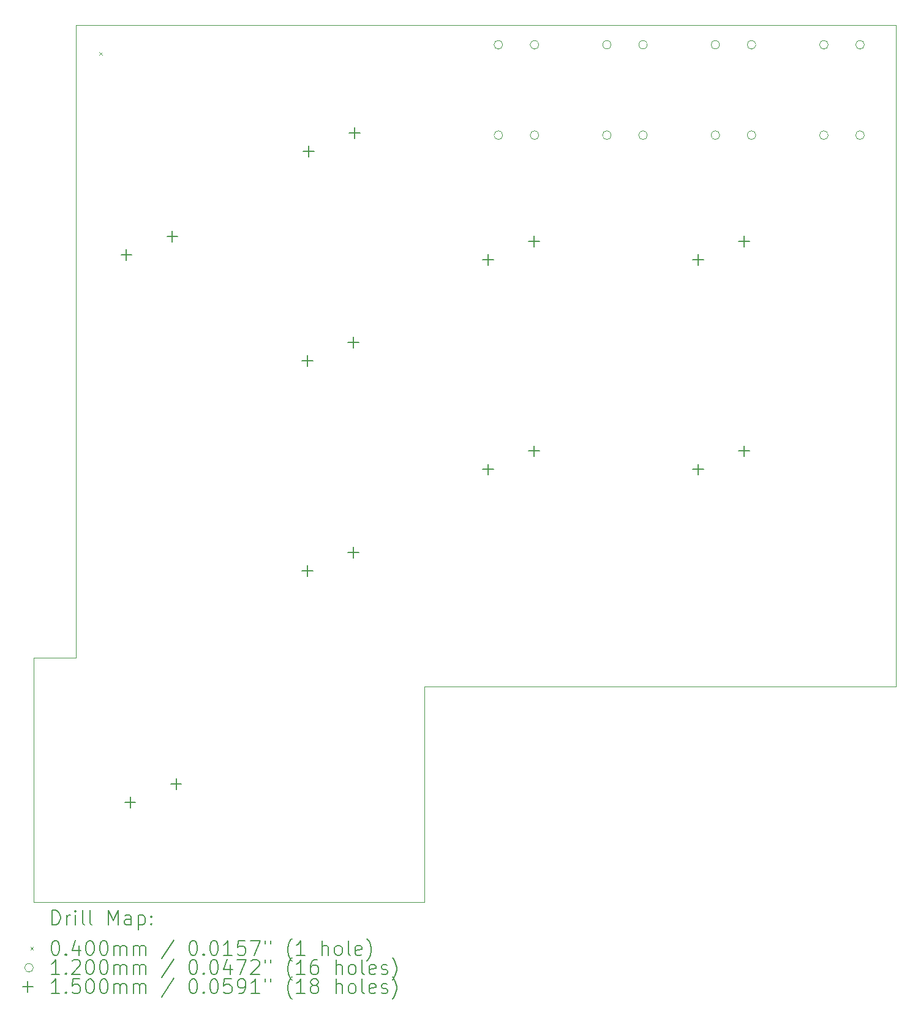
<source format=gbr>
%TF.GenerationSoftware,KiCad,Pcbnew,8.0.4*%
%TF.CreationDate,2024-07-23T17:58:51-07:00*%
%TF.ProjectId,2board_b,32626f61-7264-45f6-922e-6b696361645f,rev?*%
%TF.SameCoordinates,Original*%
%TF.FileFunction,Drillmap*%
%TF.FilePolarity,Positive*%
%FSLAX45Y45*%
G04 Gerber Fmt 4.5, Leading zero omitted, Abs format (unit mm)*
G04 Created by KiCad (PCBNEW 8.0.4) date 2024-07-23 17:58:51*
%MOMM*%
%LPD*%
G01*
G04 APERTURE LIST*
%ADD10C,0.100000*%
%ADD11C,0.200000*%
%ADD12C,0.120000*%
%ADD13C,0.150000*%
G04 APERTURE END LIST*
D10*
X20812500Y-2000000D02*
X20809500Y-11150000D01*
X20809500Y-11150000D02*
X14287500Y-11150000D01*
X9473500Y-10750000D02*
X9473500Y-2000000D01*
X8887500Y-10749500D02*
X9473500Y-10750000D01*
X14287500Y-11150000D02*
X14287500Y-14125000D01*
X14287500Y-14125000D02*
X8887500Y-14125000D01*
X8887500Y-14125000D02*
X8887500Y-10749500D01*
X9473500Y-2000000D02*
X20812500Y-2000000D01*
D11*
D10*
X9792500Y-2380000D02*
X9832500Y-2420000D01*
X9832500Y-2380000D02*
X9792500Y-2420000D01*
D12*
X15372500Y-2275000D02*
G75*
G02*
X15252500Y-2275000I-60000J0D01*
G01*
X15252500Y-2275000D02*
G75*
G02*
X15372500Y-2275000I60000J0D01*
G01*
X15372500Y-3525000D02*
G75*
G02*
X15252500Y-3525000I-60000J0D01*
G01*
X15252500Y-3525000D02*
G75*
G02*
X15372500Y-3525000I60000J0D01*
G01*
X15872500Y-2275000D02*
G75*
G02*
X15752500Y-2275000I-60000J0D01*
G01*
X15752500Y-2275000D02*
G75*
G02*
X15872500Y-2275000I60000J0D01*
G01*
X15872500Y-3525000D02*
G75*
G02*
X15752500Y-3525000I-60000J0D01*
G01*
X15752500Y-3525000D02*
G75*
G02*
X15872500Y-3525000I60000J0D01*
G01*
X16872500Y-2275000D02*
G75*
G02*
X16752500Y-2275000I-60000J0D01*
G01*
X16752500Y-2275000D02*
G75*
G02*
X16872500Y-2275000I60000J0D01*
G01*
X16872500Y-3525000D02*
G75*
G02*
X16752500Y-3525000I-60000J0D01*
G01*
X16752500Y-3525000D02*
G75*
G02*
X16872500Y-3525000I60000J0D01*
G01*
X17372500Y-2275000D02*
G75*
G02*
X17252500Y-2275000I-60000J0D01*
G01*
X17252500Y-2275000D02*
G75*
G02*
X17372500Y-2275000I60000J0D01*
G01*
X17372500Y-3525000D02*
G75*
G02*
X17252500Y-3525000I-60000J0D01*
G01*
X17252500Y-3525000D02*
G75*
G02*
X17372500Y-3525000I60000J0D01*
G01*
X18372500Y-2275000D02*
G75*
G02*
X18252500Y-2275000I-60000J0D01*
G01*
X18252500Y-2275000D02*
G75*
G02*
X18372500Y-2275000I60000J0D01*
G01*
X18372500Y-3525000D02*
G75*
G02*
X18252500Y-3525000I-60000J0D01*
G01*
X18252500Y-3525000D02*
G75*
G02*
X18372500Y-3525000I60000J0D01*
G01*
X18872500Y-2275000D02*
G75*
G02*
X18752500Y-2275000I-60000J0D01*
G01*
X18752500Y-2275000D02*
G75*
G02*
X18872500Y-2275000I60000J0D01*
G01*
X18872500Y-3525000D02*
G75*
G02*
X18752500Y-3525000I-60000J0D01*
G01*
X18752500Y-3525000D02*
G75*
G02*
X18872500Y-3525000I60000J0D01*
G01*
X19872500Y-2275000D02*
G75*
G02*
X19752500Y-2275000I-60000J0D01*
G01*
X19752500Y-2275000D02*
G75*
G02*
X19872500Y-2275000I60000J0D01*
G01*
X19872500Y-3525000D02*
G75*
G02*
X19752500Y-3525000I-60000J0D01*
G01*
X19752500Y-3525000D02*
G75*
G02*
X19872500Y-3525000I60000J0D01*
G01*
X20372500Y-2275000D02*
G75*
G02*
X20252500Y-2275000I-60000J0D01*
G01*
X20252500Y-2275000D02*
G75*
G02*
X20372500Y-2275000I60000J0D01*
G01*
X20372500Y-3525000D02*
G75*
G02*
X20252500Y-3525000I-60000J0D01*
G01*
X20252500Y-3525000D02*
G75*
G02*
X20372500Y-3525000I60000J0D01*
G01*
D13*
X10170091Y-5106412D02*
X10170091Y-5256412D01*
X10095091Y-5181412D02*
X10245091Y-5181412D01*
X10222500Y-12672000D02*
X10222500Y-12822000D01*
X10147500Y-12747000D02*
X10297500Y-12747000D01*
X10805091Y-4852412D02*
X10805091Y-5002412D01*
X10730091Y-4927412D02*
X10880091Y-4927412D01*
X10857500Y-12418000D02*
X10857500Y-12568000D01*
X10782500Y-12493000D02*
X10932500Y-12493000D01*
X12671894Y-6571000D02*
X12671894Y-6721000D01*
X12596894Y-6646000D02*
X12746894Y-6646000D01*
X12671894Y-9471000D02*
X12671894Y-9621000D01*
X12596894Y-9546000D02*
X12746894Y-9546000D01*
X12689926Y-3671056D02*
X12689926Y-3821056D01*
X12614926Y-3746056D02*
X12764926Y-3746056D01*
X13306894Y-6317000D02*
X13306894Y-6467000D01*
X13231894Y-6392000D02*
X13381894Y-6392000D01*
X13306894Y-9217000D02*
X13306894Y-9367000D01*
X13231894Y-9292000D02*
X13381894Y-9292000D01*
X13324926Y-3417056D02*
X13324926Y-3567056D01*
X13249926Y-3492056D02*
X13399926Y-3492056D01*
X15171894Y-5171000D02*
X15171894Y-5321000D01*
X15096894Y-5246000D02*
X15246894Y-5246000D01*
X15171894Y-8071000D02*
X15171894Y-8221000D01*
X15096894Y-8146000D02*
X15246894Y-8146000D01*
X15806894Y-4917000D02*
X15806894Y-5067000D01*
X15731894Y-4992000D02*
X15881894Y-4992000D01*
X15806894Y-7817000D02*
X15806894Y-7967000D01*
X15731894Y-7892000D02*
X15881894Y-7892000D01*
X18071894Y-5171000D02*
X18071894Y-5321000D01*
X17996894Y-5246000D02*
X18146894Y-5246000D01*
X18071894Y-8071000D02*
X18071894Y-8221000D01*
X17996894Y-8146000D02*
X18146894Y-8146000D01*
X18706894Y-4917000D02*
X18706894Y-5067000D01*
X18631894Y-4992000D02*
X18781894Y-4992000D01*
X18706894Y-7817000D02*
X18706894Y-7967000D01*
X18631894Y-7892000D02*
X18781894Y-7892000D01*
D11*
X9143277Y-14441484D02*
X9143277Y-14241484D01*
X9143277Y-14241484D02*
X9190896Y-14241484D01*
X9190896Y-14241484D02*
X9219467Y-14251008D01*
X9219467Y-14251008D02*
X9238515Y-14270055D01*
X9238515Y-14270055D02*
X9248039Y-14289103D01*
X9248039Y-14289103D02*
X9257563Y-14327198D01*
X9257563Y-14327198D02*
X9257563Y-14355769D01*
X9257563Y-14355769D02*
X9248039Y-14393865D01*
X9248039Y-14393865D02*
X9238515Y-14412912D01*
X9238515Y-14412912D02*
X9219467Y-14431960D01*
X9219467Y-14431960D02*
X9190896Y-14441484D01*
X9190896Y-14441484D02*
X9143277Y-14441484D01*
X9343277Y-14441484D02*
X9343277Y-14308150D01*
X9343277Y-14346246D02*
X9352801Y-14327198D01*
X9352801Y-14327198D02*
X9362324Y-14317674D01*
X9362324Y-14317674D02*
X9381372Y-14308150D01*
X9381372Y-14308150D02*
X9400420Y-14308150D01*
X9467086Y-14441484D02*
X9467086Y-14308150D01*
X9467086Y-14241484D02*
X9457563Y-14251008D01*
X9457563Y-14251008D02*
X9467086Y-14260531D01*
X9467086Y-14260531D02*
X9476610Y-14251008D01*
X9476610Y-14251008D02*
X9467086Y-14241484D01*
X9467086Y-14241484D02*
X9467086Y-14260531D01*
X9590896Y-14441484D02*
X9571848Y-14431960D01*
X9571848Y-14431960D02*
X9562324Y-14412912D01*
X9562324Y-14412912D02*
X9562324Y-14241484D01*
X9695658Y-14441484D02*
X9676610Y-14431960D01*
X9676610Y-14431960D02*
X9667086Y-14412912D01*
X9667086Y-14412912D02*
X9667086Y-14241484D01*
X9924229Y-14441484D02*
X9924229Y-14241484D01*
X9924229Y-14241484D02*
X9990896Y-14384341D01*
X9990896Y-14384341D02*
X10057563Y-14241484D01*
X10057563Y-14241484D02*
X10057563Y-14441484D01*
X10238515Y-14441484D02*
X10238515Y-14336722D01*
X10238515Y-14336722D02*
X10228991Y-14317674D01*
X10228991Y-14317674D02*
X10209944Y-14308150D01*
X10209944Y-14308150D02*
X10171848Y-14308150D01*
X10171848Y-14308150D02*
X10152801Y-14317674D01*
X10238515Y-14431960D02*
X10219467Y-14441484D01*
X10219467Y-14441484D02*
X10171848Y-14441484D01*
X10171848Y-14441484D02*
X10152801Y-14431960D01*
X10152801Y-14431960D02*
X10143277Y-14412912D01*
X10143277Y-14412912D02*
X10143277Y-14393865D01*
X10143277Y-14393865D02*
X10152801Y-14374817D01*
X10152801Y-14374817D02*
X10171848Y-14365293D01*
X10171848Y-14365293D02*
X10219467Y-14365293D01*
X10219467Y-14365293D02*
X10238515Y-14355769D01*
X10333753Y-14308150D02*
X10333753Y-14508150D01*
X10333753Y-14317674D02*
X10352801Y-14308150D01*
X10352801Y-14308150D02*
X10390896Y-14308150D01*
X10390896Y-14308150D02*
X10409944Y-14317674D01*
X10409944Y-14317674D02*
X10419467Y-14327198D01*
X10419467Y-14327198D02*
X10428991Y-14346246D01*
X10428991Y-14346246D02*
X10428991Y-14403388D01*
X10428991Y-14403388D02*
X10419467Y-14422436D01*
X10419467Y-14422436D02*
X10409944Y-14431960D01*
X10409944Y-14431960D02*
X10390896Y-14441484D01*
X10390896Y-14441484D02*
X10352801Y-14441484D01*
X10352801Y-14441484D02*
X10333753Y-14431960D01*
X10514705Y-14422436D02*
X10524229Y-14431960D01*
X10524229Y-14431960D02*
X10514705Y-14441484D01*
X10514705Y-14441484D02*
X10505182Y-14431960D01*
X10505182Y-14431960D02*
X10514705Y-14422436D01*
X10514705Y-14422436D02*
X10514705Y-14441484D01*
X10514705Y-14317674D02*
X10524229Y-14327198D01*
X10524229Y-14327198D02*
X10514705Y-14336722D01*
X10514705Y-14336722D02*
X10505182Y-14327198D01*
X10505182Y-14327198D02*
X10514705Y-14317674D01*
X10514705Y-14317674D02*
X10514705Y-14336722D01*
D10*
X8842500Y-14750000D02*
X8882500Y-14790000D01*
X8882500Y-14750000D02*
X8842500Y-14790000D01*
D11*
X9181372Y-14661484D02*
X9200420Y-14661484D01*
X9200420Y-14661484D02*
X9219467Y-14671008D01*
X9219467Y-14671008D02*
X9228991Y-14680531D01*
X9228991Y-14680531D02*
X9238515Y-14699579D01*
X9238515Y-14699579D02*
X9248039Y-14737674D01*
X9248039Y-14737674D02*
X9248039Y-14785293D01*
X9248039Y-14785293D02*
X9238515Y-14823388D01*
X9238515Y-14823388D02*
X9228991Y-14842436D01*
X9228991Y-14842436D02*
X9219467Y-14851960D01*
X9219467Y-14851960D02*
X9200420Y-14861484D01*
X9200420Y-14861484D02*
X9181372Y-14861484D01*
X9181372Y-14861484D02*
X9162324Y-14851960D01*
X9162324Y-14851960D02*
X9152801Y-14842436D01*
X9152801Y-14842436D02*
X9143277Y-14823388D01*
X9143277Y-14823388D02*
X9133753Y-14785293D01*
X9133753Y-14785293D02*
X9133753Y-14737674D01*
X9133753Y-14737674D02*
X9143277Y-14699579D01*
X9143277Y-14699579D02*
X9152801Y-14680531D01*
X9152801Y-14680531D02*
X9162324Y-14671008D01*
X9162324Y-14671008D02*
X9181372Y-14661484D01*
X9333753Y-14842436D02*
X9343277Y-14851960D01*
X9343277Y-14851960D02*
X9333753Y-14861484D01*
X9333753Y-14861484D02*
X9324229Y-14851960D01*
X9324229Y-14851960D02*
X9333753Y-14842436D01*
X9333753Y-14842436D02*
X9333753Y-14861484D01*
X9514705Y-14728150D02*
X9514705Y-14861484D01*
X9467086Y-14651960D02*
X9419467Y-14794817D01*
X9419467Y-14794817D02*
X9543277Y-14794817D01*
X9657563Y-14661484D02*
X9676610Y-14661484D01*
X9676610Y-14661484D02*
X9695658Y-14671008D01*
X9695658Y-14671008D02*
X9705182Y-14680531D01*
X9705182Y-14680531D02*
X9714705Y-14699579D01*
X9714705Y-14699579D02*
X9724229Y-14737674D01*
X9724229Y-14737674D02*
X9724229Y-14785293D01*
X9724229Y-14785293D02*
X9714705Y-14823388D01*
X9714705Y-14823388D02*
X9705182Y-14842436D01*
X9705182Y-14842436D02*
X9695658Y-14851960D01*
X9695658Y-14851960D02*
X9676610Y-14861484D01*
X9676610Y-14861484D02*
X9657563Y-14861484D01*
X9657563Y-14861484D02*
X9638515Y-14851960D01*
X9638515Y-14851960D02*
X9628991Y-14842436D01*
X9628991Y-14842436D02*
X9619467Y-14823388D01*
X9619467Y-14823388D02*
X9609944Y-14785293D01*
X9609944Y-14785293D02*
X9609944Y-14737674D01*
X9609944Y-14737674D02*
X9619467Y-14699579D01*
X9619467Y-14699579D02*
X9628991Y-14680531D01*
X9628991Y-14680531D02*
X9638515Y-14671008D01*
X9638515Y-14671008D02*
X9657563Y-14661484D01*
X9848039Y-14661484D02*
X9867086Y-14661484D01*
X9867086Y-14661484D02*
X9886134Y-14671008D01*
X9886134Y-14671008D02*
X9895658Y-14680531D01*
X9895658Y-14680531D02*
X9905182Y-14699579D01*
X9905182Y-14699579D02*
X9914705Y-14737674D01*
X9914705Y-14737674D02*
X9914705Y-14785293D01*
X9914705Y-14785293D02*
X9905182Y-14823388D01*
X9905182Y-14823388D02*
X9895658Y-14842436D01*
X9895658Y-14842436D02*
X9886134Y-14851960D01*
X9886134Y-14851960D02*
X9867086Y-14861484D01*
X9867086Y-14861484D02*
X9848039Y-14861484D01*
X9848039Y-14861484D02*
X9828991Y-14851960D01*
X9828991Y-14851960D02*
X9819467Y-14842436D01*
X9819467Y-14842436D02*
X9809944Y-14823388D01*
X9809944Y-14823388D02*
X9800420Y-14785293D01*
X9800420Y-14785293D02*
X9800420Y-14737674D01*
X9800420Y-14737674D02*
X9809944Y-14699579D01*
X9809944Y-14699579D02*
X9819467Y-14680531D01*
X9819467Y-14680531D02*
X9828991Y-14671008D01*
X9828991Y-14671008D02*
X9848039Y-14661484D01*
X10000420Y-14861484D02*
X10000420Y-14728150D01*
X10000420Y-14747198D02*
X10009944Y-14737674D01*
X10009944Y-14737674D02*
X10028991Y-14728150D01*
X10028991Y-14728150D02*
X10057563Y-14728150D01*
X10057563Y-14728150D02*
X10076610Y-14737674D01*
X10076610Y-14737674D02*
X10086134Y-14756722D01*
X10086134Y-14756722D02*
X10086134Y-14861484D01*
X10086134Y-14756722D02*
X10095658Y-14737674D01*
X10095658Y-14737674D02*
X10114705Y-14728150D01*
X10114705Y-14728150D02*
X10143277Y-14728150D01*
X10143277Y-14728150D02*
X10162325Y-14737674D01*
X10162325Y-14737674D02*
X10171848Y-14756722D01*
X10171848Y-14756722D02*
X10171848Y-14861484D01*
X10267086Y-14861484D02*
X10267086Y-14728150D01*
X10267086Y-14747198D02*
X10276610Y-14737674D01*
X10276610Y-14737674D02*
X10295658Y-14728150D01*
X10295658Y-14728150D02*
X10324229Y-14728150D01*
X10324229Y-14728150D02*
X10343277Y-14737674D01*
X10343277Y-14737674D02*
X10352801Y-14756722D01*
X10352801Y-14756722D02*
X10352801Y-14861484D01*
X10352801Y-14756722D02*
X10362325Y-14737674D01*
X10362325Y-14737674D02*
X10381372Y-14728150D01*
X10381372Y-14728150D02*
X10409944Y-14728150D01*
X10409944Y-14728150D02*
X10428991Y-14737674D01*
X10428991Y-14737674D02*
X10438515Y-14756722D01*
X10438515Y-14756722D02*
X10438515Y-14861484D01*
X10828991Y-14651960D02*
X10657563Y-14909103D01*
X11086134Y-14661484D02*
X11105182Y-14661484D01*
X11105182Y-14661484D02*
X11124229Y-14671008D01*
X11124229Y-14671008D02*
X11133753Y-14680531D01*
X11133753Y-14680531D02*
X11143277Y-14699579D01*
X11143277Y-14699579D02*
X11152801Y-14737674D01*
X11152801Y-14737674D02*
X11152801Y-14785293D01*
X11152801Y-14785293D02*
X11143277Y-14823388D01*
X11143277Y-14823388D02*
X11133753Y-14842436D01*
X11133753Y-14842436D02*
X11124229Y-14851960D01*
X11124229Y-14851960D02*
X11105182Y-14861484D01*
X11105182Y-14861484D02*
X11086134Y-14861484D01*
X11086134Y-14861484D02*
X11067087Y-14851960D01*
X11067087Y-14851960D02*
X11057563Y-14842436D01*
X11057563Y-14842436D02*
X11048039Y-14823388D01*
X11048039Y-14823388D02*
X11038515Y-14785293D01*
X11038515Y-14785293D02*
X11038515Y-14737674D01*
X11038515Y-14737674D02*
X11048039Y-14699579D01*
X11048039Y-14699579D02*
X11057563Y-14680531D01*
X11057563Y-14680531D02*
X11067087Y-14671008D01*
X11067087Y-14671008D02*
X11086134Y-14661484D01*
X11238515Y-14842436D02*
X11248039Y-14851960D01*
X11248039Y-14851960D02*
X11238515Y-14861484D01*
X11238515Y-14861484D02*
X11228991Y-14851960D01*
X11228991Y-14851960D02*
X11238515Y-14842436D01*
X11238515Y-14842436D02*
X11238515Y-14861484D01*
X11371848Y-14661484D02*
X11390896Y-14661484D01*
X11390896Y-14661484D02*
X11409944Y-14671008D01*
X11409944Y-14671008D02*
X11419467Y-14680531D01*
X11419467Y-14680531D02*
X11428991Y-14699579D01*
X11428991Y-14699579D02*
X11438515Y-14737674D01*
X11438515Y-14737674D02*
X11438515Y-14785293D01*
X11438515Y-14785293D02*
X11428991Y-14823388D01*
X11428991Y-14823388D02*
X11419467Y-14842436D01*
X11419467Y-14842436D02*
X11409944Y-14851960D01*
X11409944Y-14851960D02*
X11390896Y-14861484D01*
X11390896Y-14861484D02*
X11371848Y-14861484D01*
X11371848Y-14861484D02*
X11352801Y-14851960D01*
X11352801Y-14851960D02*
X11343277Y-14842436D01*
X11343277Y-14842436D02*
X11333753Y-14823388D01*
X11333753Y-14823388D02*
X11324229Y-14785293D01*
X11324229Y-14785293D02*
X11324229Y-14737674D01*
X11324229Y-14737674D02*
X11333753Y-14699579D01*
X11333753Y-14699579D02*
X11343277Y-14680531D01*
X11343277Y-14680531D02*
X11352801Y-14671008D01*
X11352801Y-14671008D02*
X11371848Y-14661484D01*
X11628991Y-14861484D02*
X11514706Y-14861484D01*
X11571848Y-14861484D02*
X11571848Y-14661484D01*
X11571848Y-14661484D02*
X11552801Y-14690055D01*
X11552801Y-14690055D02*
X11533753Y-14709103D01*
X11533753Y-14709103D02*
X11514706Y-14718627D01*
X11809944Y-14661484D02*
X11714706Y-14661484D01*
X11714706Y-14661484D02*
X11705182Y-14756722D01*
X11705182Y-14756722D02*
X11714706Y-14747198D01*
X11714706Y-14747198D02*
X11733753Y-14737674D01*
X11733753Y-14737674D02*
X11781372Y-14737674D01*
X11781372Y-14737674D02*
X11800420Y-14747198D01*
X11800420Y-14747198D02*
X11809944Y-14756722D01*
X11809944Y-14756722D02*
X11819467Y-14775769D01*
X11819467Y-14775769D02*
X11819467Y-14823388D01*
X11819467Y-14823388D02*
X11809944Y-14842436D01*
X11809944Y-14842436D02*
X11800420Y-14851960D01*
X11800420Y-14851960D02*
X11781372Y-14861484D01*
X11781372Y-14861484D02*
X11733753Y-14861484D01*
X11733753Y-14861484D02*
X11714706Y-14851960D01*
X11714706Y-14851960D02*
X11705182Y-14842436D01*
X11886134Y-14661484D02*
X12019467Y-14661484D01*
X12019467Y-14661484D02*
X11933753Y-14861484D01*
X12086134Y-14661484D02*
X12086134Y-14699579D01*
X12162325Y-14661484D02*
X12162325Y-14699579D01*
X12457563Y-14937674D02*
X12448039Y-14928150D01*
X12448039Y-14928150D02*
X12428991Y-14899579D01*
X12428991Y-14899579D02*
X12419468Y-14880531D01*
X12419468Y-14880531D02*
X12409944Y-14851960D01*
X12409944Y-14851960D02*
X12400420Y-14804341D01*
X12400420Y-14804341D02*
X12400420Y-14766246D01*
X12400420Y-14766246D02*
X12409944Y-14718627D01*
X12409944Y-14718627D02*
X12419468Y-14690055D01*
X12419468Y-14690055D02*
X12428991Y-14671008D01*
X12428991Y-14671008D02*
X12448039Y-14642436D01*
X12448039Y-14642436D02*
X12457563Y-14632912D01*
X12638515Y-14861484D02*
X12524229Y-14861484D01*
X12581372Y-14861484D02*
X12581372Y-14661484D01*
X12581372Y-14661484D02*
X12562325Y-14690055D01*
X12562325Y-14690055D02*
X12543277Y-14709103D01*
X12543277Y-14709103D02*
X12524229Y-14718627D01*
X12876610Y-14861484D02*
X12876610Y-14661484D01*
X12962325Y-14861484D02*
X12962325Y-14756722D01*
X12962325Y-14756722D02*
X12952801Y-14737674D01*
X12952801Y-14737674D02*
X12933753Y-14728150D01*
X12933753Y-14728150D02*
X12905182Y-14728150D01*
X12905182Y-14728150D02*
X12886134Y-14737674D01*
X12886134Y-14737674D02*
X12876610Y-14747198D01*
X13086134Y-14861484D02*
X13067087Y-14851960D01*
X13067087Y-14851960D02*
X13057563Y-14842436D01*
X13057563Y-14842436D02*
X13048039Y-14823388D01*
X13048039Y-14823388D02*
X13048039Y-14766246D01*
X13048039Y-14766246D02*
X13057563Y-14747198D01*
X13057563Y-14747198D02*
X13067087Y-14737674D01*
X13067087Y-14737674D02*
X13086134Y-14728150D01*
X13086134Y-14728150D02*
X13114706Y-14728150D01*
X13114706Y-14728150D02*
X13133753Y-14737674D01*
X13133753Y-14737674D02*
X13143277Y-14747198D01*
X13143277Y-14747198D02*
X13152801Y-14766246D01*
X13152801Y-14766246D02*
X13152801Y-14823388D01*
X13152801Y-14823388D02*
X13143277Y-14842436D01*
X13143277Y-14842436D02*
X13133753Y-14851960D01*
X13133753Y-14851960D02*
X13114706Y-14861484D01*
X13114706Y-14861484D02*
X13086134Y-14861484D01*
X13267087Y-14861484D02*
X13248039Y-14851960D01*
X13248039Y-14851960D02*
X13238515Y-14832912D01*
X13238515Y-14832912D02*
X13238515Y-14661484D01*
X13419468Y-14851960D02*
X13400420Y-14861484D01*
X13400420Y-14861484D02*
X13362325Y-14861484D01*
X13362325Y-14861484D02*
X13343277Y-14851960D01*
X13343277Y-14851960D02*
X13333753Y-14832912D01*
X13333753Y-14832912D02*
X13333753Y-14756722D01*
X13333753Y-14756722D02*
X13343277Y-14737674D01*
X13343277Y-14737674D02*
X13362325Y-14728150D01*
X13362325Y-14728150D02*
X13400420Y-14728150D01*
X13400420Y-14728150D02*
X13419468Y-14737674D01*
X13419468Y-14737674D02*
X13428991Y-14756722D01*
X13428991Y-14756722D02*
X13428991Y-14775769D01*
X13428991Y-14775769D02*
X13333753Y-14794817D01*
X13495658Y-14937674D02*
X13505182Y-14928150D01*
X13505182Y-14928150D02*
X13524230Y-14899579D01*
X13524230Y-14899579D02*
X13533753Y-14880531D01*
X13533753Y-14880531D02*
X13543277Y-14851960D01*
X13543277Y-14851960D02*
X13552801Y-14804341D01*
X13552801Y-14804341D02*
X13552801Y-14766246D01*
X13552801Y-14766246D02*
X13543277Y-14718627D01*
X13543277Y-14718627D02*
X13533753Y-14690055D01*
X13533753Y-14690055D02*
X13524230Y-14671008D01*
X13524230Y-14671008D02*
X13505182Y-14642436D01*
X13505182Y-14642436D02*
X13495658Y-14632912D01*
D12*
X8882500Y-15034000D02*
G75*
G02*
X8762500Y-15034000I-60000J0D01*
G01*
X8762500Y-15034000D02*
G75*
G02*
X8882500Y-15034000I60000J0D01*
G01*
D11*
X9248039Y-15125484D02*
X9133753Y-15125484D01*
X9190896Y-15125484D02*
X9190896Y-14925484D01*
X9190896Y-14925484D02*
X9171848Y-14954055D01*
X9171848Y-14954055D02*
X9152801Y-14973103D01*
X9152801Y-14973103D02*
X9133753Y-14982627D01*
X9333753Y-15106436D02*
X9343277Y-15115960D01*
X9343277Y-15115960D02*
X9333753Y-15125484D01*
X9333753Y-15125484D02*
X9324229Y-15115960D01*
X9324229Y-15115960D02*
X9333753Y-15106436D01*
X9333753Y-15106436D02*
X9333753Y-15125484D01*
X9419467Y-14944531D02*
X9428991Y-14935008D01*
X9428991Y-14935008D02*
X9448039Y-14925484D01*
X9448039Y-14925484D02*
X9495658Y-14925484D01*
X9495658Y-14925484D02*
X9514705Y-14935008D01*
X9514705Y-14935008D02*
X9524229Y-14944531D01*
X9524229Y-14944531D02*
X9533753Y-14963579D01*
X9533753Y-14963579D02*
X9533753Y-14982627D01*
X9533753Y-14982627D02*
X9524229Y-15011198D01*
X9524229Y-15011198D02*
X9409944Y-15125484D01*
X9409944Y-15125484D02*
X9533753Y-15125484D01*
X9657563Y-14925484D02*
X9676610Y-14925484D01*
X9676610Y-14925484D02*
X9695658Y-14935008D01*
X9695658Y-14935008D02*
X9705182Y-14944531D01*
X9705182Y-14944531D02*
X9714705Y-14963579D01*
X9714705Y-14963579D02*
X9724229Y-15001674D01*
X9724229Y-15001674D02*
X9724229Y-15049293D01*
X9724229Y-15049293D02*
X9714705Y-15087388D01*
X9714705Y-15087388D02*
X9705182Y-15106436D01*
X9705182Y-15106436D02*
X9695658Y-15115960D01*
X9695658Y-15115960D02*
X9676610Y-15125484D01*
X9676610Y-15125484D02*
X9657563Y-15125484D01*
X9657563Y-15125484D02*
X9638515Y-15115960D01*
X9638515Y-15115960D02*
X9628991Y-15106436D01*
X9628991Y-15106436D02*
X9619467Y-15087388D01*
X9619467Y-15087388D02*
X9609944Y-15049293D01*
X9609944Y-15049293D02*
X9609944Y-15001674D01*
X9609944Y-15001674D02*
X9619467Y-14963579D01*
X9619467Y-14963579D02*
X9628991Y-14944531D01*
X9628991Y-14944531D02*
X9638515Y-14935008D01*
X9638515Y-14935008D02*
X9657563Y-14925484D01*
X9848039Y-14925484D02*
X9867086Y-14925484D01*
X9867086Y-14925484D02*
X9886134Y-14935008D01*
X9886134Y-14935008D02*
X9895658Y-14944531D01*
X9895658Y-14944531D02*
X9905182Y-14963579D01*
X9905182Y-14963579D02*
X9914705Y-15001674D01*
X9914705Y-15001674D02*
X9914705Y-15049293D01*
X9914705Y-15049293D02*
X9905182Y-15087388D01*
X9905182Y-15087388D02*
X9895658Y-15106436D01*
X9895658Y-15106436D02*
X9886134Y-15115960D01*
X9886134Y-15115960D02*
X9867086Y-15125484D01*
X9867086Y-15125484D02*
X9848039Y-15125484D01*
X9848039Y-15125484D02*
X9828991Y-15115960D01*
X9828991Y-15115960D02*
X9819467Y-15106436D01*
X9819467Y-15106436D02*
X9809944Y-15087388D01*
X9809944Y-15087388D02*
X9800420Y-15049293D01*
X9800420Y-15049293D02*
X9800420Y-15001674D01*
X9800420Y-15001674D02*
X9809944Y-14963579D01*
X9809944Y-14963579D02*
X9819467Y-14944531D01*
X9819467Y-14944531D02*
X9828991Y-14935008D01*
X9828991Y-14935008D02*
X9848039Y-14925484D01*
X10000420Y-15125484D02*
X10000420Y-14992150D01*
X10000420Y-15011198D02*
X10009944Y-15001674D01*
X10009944Y-15001674D02*
X10028991Y-14992150D01*
X10028991Y-14992150D02*
X10057563Y-14992150D01*
X10057563Y-14992150D02*
X10076610Y-15001674D01*
X10076610Y-15001674D02*
X10086134Y-15020722D01*
X10086134Y-15020722D02*
X10086134Y-15125484D01*
X10086134Y-15020722D02*
X10095658Y-15001674D01*
X10095658Y-15001674D02*
X10114705Y-14992150D01*
X10114705Y-14992150D02*
X10143277Y-14992150D01*
X10143277Y-14992150D02*
X10162325Y-15001674D01*
X10162325Y-15001674D02*
X10171848Y-15020722D01*
X10171848Y-15020722D02*
X10171848Y-15125484D01*
X10267086Y-15125484D02*
X10267086Y-14992150D01*
X10267086Y-15011198D02*
X10276610Y-15001674D01*
X10276610Y-15001674D02*
X10295658Y-14992150D01*
X10295658Y-14992150D02*
X10324229Y-14992150D01*
X10324229Y-14992150D02*
X10343277Y-15001674D01*
X10343277Y-15001674D02*
X10352801Y-15020722D01*
X10352801Y-15020722D02*
X10352801Y-15125484D01*
X10352801Y-15020722D02*
X10362325Y-15001674D01*
X10362325Y-15001674D02*
X10381372Y-14992150D01*
X10381372Y-14992150D02*
X10409944Y-14992150D01*
X10409944Y-14992150D02*
X10428991Y-15001674D01*
X10428991Y-15001674D02*
X10438515Y-15020722D01*
X10438515Y-15020722D02*
X10438515Y-15125484D01*
X10828991Y-14915960D02*
X10657563Y-15173103D01*
X11086134Y-14925484D02*
X11105182Y-14925484D01*
X11105182Y-14925484D02*
X11124229Y-14935008D01*
X11124229Y-14935008D02*
X11133753Y-14944531D01*
X11133753Y-14944531D02*
X11143277Y-14963579D01*
X11143277Y-14963579D02*
X11152801Y-15001674D01*
X11152801Y-15001674D02*
X11152801Y-15049293D01*
X11152801Y-15049293D02*
X11143277Y-15087388D01*
X11143277Y-15087388D02*
X11133753Y-15106436D01*
X11133753Y-15106436D02*
X11124229Y-15115960D01*
X11124229Y-15115960D02*
X11105182Y-15125484D01*
X11105182Y-15125484D02*
X11086134Y-15125484D01*
X11086134Y-15125484D02*
X11067087Y-15115960D01*
X11067087Y-15115960D02*
X11057563Y-15106436D01*
X11057563Y-15106436D02*
X11048039Y-15087388D01*
X11048039Y-15087388D02*
X11038515Y-15049293D01*
X11038515Y-15049293D02*
X11038515Y-15001674D01*
X11038515Y-15001674D02*
X11048039Y-14963579D01*
X11048039Y-14963579D02*
X11057563Y-14944531D01*
X11057563Y-14944531D02*
X11067087Y-14935008D01*
X11067087Y-14935008D02*
X11086134Y-14925484D01*
X11238515Y-15106436D02*
X11248039Y-15115960D01*
X11248039Y-15115960D02*
X11238515Y-15125484D01*
X11238515Y-15125484D02*
X11228991Y-15115960D01*
X11228991Y-15115960D02*
X11238515Y-15106436D01*
X11238515Y-15106436D02*
X11238515Y-15125484D01*
X11371848Y-14925484D02*
X11390896Y-14925484D01*
X11390896Y-14925484D02*
X11409944Y-14935008D01*
X11409944Y-14935008D02*
X11419467Y-14944531D01*
X11419467Y-14944531D02*
X11428991Y-14963579D01*
X11428991Y-14963579D02*
X11438515Y-15001674D01*
X11438515Y-15001674D02*
X11438515Y-15049293D01*
X11438515Y-15049293D02*
X11428991Y-15087388D01*
X11428991Y-15087388D02*
X11419467Y-15106436D01*
X11419467Y-15106436D02*
X11409944Y-15115960D01*
X11409944Y-15115960D02*
X11390896Y-15125484D01*
X11390896Y-15125484D02*
X11371848Y-15125484D01*
X11371848Y-15125484D02*
X11352801Y-15115960D01*
X11352801Y-15115960D02*
X11343277Y-15106436D01*
X11343277Y-15106436D02*
X11333753Y-15087388D01*
X11333753Y-15087388D02*
X11324229Y-15049293D01*
X11324229Y-15049293D02*
X11324229Y-15001674D01*
X11324229Y-15001674D02*
X11333753Y-14963579D01*
X11333753Y-14963579D02*
X11343277Y-14944531D01*
X11343277Y-14944531D02*
X11352801Y-14935008D01*
X11352801Y-14935008D02*
X11371848Y-14925484D01*
X11609944Y-14992150D02*
X11609944Y-15125484D01*
X11562325Y-14915960D02*
X11514706Y-15058817D01*
X11514706Y-15058817D02*
X11638515Y-15058817D01*
X11695658Y-14925484D02*
X11828991Y-14925484D01*
X11828991Y-14925484D02*
X11743277Y-15125484D01*
X11895658Y-14944531D02*
X11905182Y-14935008D01*
X11905182Y-14935008D02*
X11924229Y-14925484D01*
X11924229Y-14925484D02*
X11971848Y-14925484D01*
X11971848Y-14925484D02*
X11990896Y-14935008D01*
X11990896Y-14935008D02*
X12000420Y-14944531D01*
X12000420Y-14944531D02*
X12009944Y-14963579D01*
X12009944Y-14963579D02*
X12009944Y-14982627D01*
X12009944Y-14982627D02*
X12000420Y-15011198D01*
X12000420Y-15011198D02*
X11886134Y-15125484D01*
X11886134Y-15125484D02*
X12009944Y-15125484D01*
X12086134Y-14925484D02*
X12086134Y-14963579D01*
X12162325Y-14925484D02*
X12162325Y-14963579D01*
X12457563Y-15201674D02*
X12448039Y-15192150D01*
X12448039Y-15192150D02*
X12428991Y-15163579D01*
X12428991Y-15163579D02*
X12419468Y-15144531D01*
X12419468Y-15144531D02*
X12409944Y-15115960D01*
X12409944Y-15115960D02*
X12400420Y-15068341D01*
X12400420Y-15068341D02*
X12400420Y-15030246D01*
X12400420Y-15030246D02*
X12409944Y-14982627D01*
X12409944Y-14982627D02*
X12419468Y-14954055D01*
X12419468Y-14954055D02*
X12428991Y-14935008D01*
X12428991Y-14935008D02*
X12448039Y-14906436D01*
X12448039Y-14906436D02*
X12457563Y-14896912D01*
X12638515Y-15125484D02*
X12524229Y-15125484D01*
X12581372Y-15125484D02*
X12581372Y-14925484D01*
X12581372Y-14925484D02*
X12562325Y-14954055D01*
X12562325Y-14954055D02*
X12543277Y-14973103D01*
X12543277Y-14973103D02*
X12524229Y-14982627D01*
X12809944Y-14925484D02*
X12771848Y-14925484D01*
X12771848Y-14925484D02*
X12752801Y-14935008D01*
X12752801Y-14935008D02*
X12743277Y-14944531D01*
X12743277Y-14944531D02*
X12724229Y-14973103D01*
X12724229Y-14973103D02*
X12714706Y-15011198D01*
X12714706Y-15011198D02*
X12714706Y-15087388D01*
X12714706Y-15087388D02*
X12724229Y-15106436D01*
X12724229Y-15106436D02*
X12733753Y-15115960D01*
X12733753Y-15115960D02*
X12752801Y-15125484D01*
X12752801Y-15125484D02*
X12790896Y-15125484D01*
X12790896Y-15125484D02*
X12809944Y-15115960D01*
X12809944Y-15115960D02*
X12819468Y-15106436D01*
X12819468Y-15106436D02*
X12828991Y-15087388D01*
X12828991Y-15087388D02*
X12828991Y-15039769D01*
X12828991Y-15039769D02*
X12819468Y-15020722D01*
X12819468Y-15020722D02*
X12809944Y-15011198D01*
X12809944Y-15011198D02*
X12790896Y-15001674D01*
X12790896Y-15001674D02*
X12752801Y-15001674D01*
X12752801Y-15001674D02*
X12733753Y-15011198D01*
X12733753Y-15011198D02*
X12724229Y-15020722D01*
X12724229Y-15020722D02*
X12714706Y-15039769D01*
X13067087Y-15125484D02*
X13067087Y-14925484D01*
X13152801Y-15125484D02*
X13152801Y-15020722D01*
X13152801Y-15020722D02*
X13143277Y-15001674D01*
X13143277Y-15001674D02*
X13124230Y-14992150D01*
X13124230Y-14992150D02*
X13095658Y-14992150D01*
X13095658Y-14992150D02*
X13076610Y-15001674D01*
X13076610Y-15001674D02*
X13067087Y-15011198D01*
X13276610Y-15125484D02*
X13257563Y-15115960D01*
X13257563Y-15115960D02*
X13248039Y-15106436D01*
X13248039Y-15106436D02*
X13238515Y-15087388D01*
X13238515Y-15087388D02*
X13238515Y-15030246D01*
X13238515Y-15030246D02*
X13248039Y-15011198D01*
X13248039Y-15011198D02*
X13257563Y-15001674D01*
X13257563Y-15001674D02*
X13276610Y-14992150D01*
X13276610Y-14992150D02*
X13305182Y-14992150D01*
X13305182Y-14992150D02*
X13324230Y-15001674D01*
X13324230Y-15001674D02*
X13333753Y-15011198D01*
X13333753Y-15011198D02*
X13343277Y-15030246D01*
X13343277Y-15030246D02*
X13343277Y-15087388D01*
X13343277Y-15087388D02*
X13333753Y-15106436D01*
X13333753Y-15106436D02*
X13324230Y-15115960D01*
X13324230Y-15115960D02*
X13305182Y-15125484D01*
X13305182Y-15125484D02*
X13276610Y-15125484D01*
X13457563Y-15125484D02*
X13438515Y-15115960D01*
X13438515Y-15115960D02*
X13428991Y-15096912D01*
X13428991Y-15096912D02*
X13428991Y-14925484D01*
X13609944Y-15115960D02*
X13590896Y-15125484D01*
X13590896Y-15125484D02*
X13552801Y-15125484D01*
X13552801Y-15125484D02*
X13533753Y-15115960D01*
X13533753Y-15115960D02*
X13524230Y-15096912D01*
X13524230Y-15096912D02*
X13524230Y-15020722D01*
X13524230Y-15020722D02*
X13533753Y-15001674D01*
X13533753Y-15001674D02*
X13552801Y-14992150D01*
X13552801Y-14992150D02*
X13590896Y-14992150D01*
X13590896Y-14992150D02*
X13609944Y-15001674D01*
X13609944Y-15001674D02*
X13619468Y-15020722D01*
X13619468Y-15020722D02*
X13619468Y-15039769D01*
X13619468Y-15039769D02*
X13524230Y-15058817D01*
X13695658Y-15115960D02*
X13714706Y-15125484D01*
X13714706Y-15125484D02*
X13752801Y-15125484D01*
X13752801Y-15125484D02*
X13771849Y-15115960D01*
X13771849Y-15115960D02*
X13781372Y-15096912D01*
X13781372Y-15096912D02*
X13781372Y-15087388D01*
X13781372Y-15087388D02*
X13771849Y-15068341D01*
X13771849Y-15068341D02*
X13752801Y-15058817D01*
X13752801Y-15058817D02*
X13724230Y-15058817D01*
X13724230Y-15058817D02*
X13705182Y-15049293D01*
X13705182Y-15049293D02*
X13695658Y-15030246D01*
X13695658Y-15030246D02*
X13695658Y-15020722D01*
X13695658Y-15020722D02*
X13705182Y-15001674D01*
X13705182Y-15001674D02*
X13724230Y-14992150D01*
X13724230Y-14992150D02*
X13752801Y-14992150D01*
X13752801Y-14992150D02*
X13771849Y-15001674D01*
X13848039Y-15201674D02*
X13857563Y-15192150D01*
X13857563Y-15192150D02*
X13876611Y-15163579D01*
X13876611Y-15163579D02*
X13886134Y-15144531D01*
X13886134Y-15144531D02*
X13895658Y-15115960D01*
X13895658Y-15115960D02*
X13905182Y-15068341D01*
X13905182Y-15068341D02*
X13905182Y-15030246D01*
X13905182Y-15030246D02*
X13895658Y-14982627D01*
X13895658Y-14982627D02*
X13886134Y-14954055D01*
X13886134Y-14954055D02*
X13876611Y-14935008D01*
X13876611Y-14935008D02*
X13857563Y-14906436D01*
X13857563Y-14906436D02*
X13848039Y-14896912D01*
D13*
X8807500Y-15223000D02*
X8807500Y-15373000D01*
X8732500Y-15298000D02*
X8882500Y-15298000D01*
D11*
X9248039Y-15389484D02*
X9133753Y-15389484D01*
X9190896Y-15389484D02*
X9190896Y-15189484D01*
X9190896Y-15189484D02*
X9171848Y-15218055D01*
X9171848Y-15218055D02*
X9152801Y-15237103D01*
X9152801Y-15237103D02*
X9133753Y-15246627D01*
X9333753Y-15370436D02*
X9343277Y-15379960D01*
X9343277Y-15379960D02*
X9333753Y-15389484D01*
X9333753Y-15389484D02*
X9324229Y-15379960D01*
X9324229Y-15379960D02*
X9333753Y-15370436D01*
X9333753Y-15370436D02*
X9333753Y-15389484D01*
X9524229Y-15189484D02*
X9428991Y-15189484D01*
X9428991Y-15189484D02*
X9419467Y-15284722D01*
X9419467Y-15284722D02*
X9428991Y-15275198D01*
X9428991Y-15275198D02*
X9448039Y-15265674D01*
X9448039Y-15265674D02*
X9495658Y-15265674D01*
X9495658Y-15265674D02*
X9514705Y-15275198D01*
X9514705Y-15275198D02*
X9524229Y-15284722D01*
X9524229Y-15284722D02*
X9533753Y-15303769D01*
X9533753Y-15303769D02*
X9533753Y-15351388D01*
X9533753Y-15351388D02*
X9524229Y-15370436D01*
X9524229Y-15370436D02*
X9514705Y-15379960D01*
X9514705Y-15379960D02*
X9495658Y-15389484D01*
X9495658Y-15389484D02*
X9448039Y-15389484D01*
X9448039Y-15389484D02*
X9428991Y-15379960D01*
X9428991Y-15379960D02*
X9419467Y-15370436D01*
X9657563Y-15189484D02*
X9676610Y-15189484D01*
X9676610Y-15189484D02*
X9695658Y-15199008D01*
X9695658Y-15199008D02*
X9705182Y-15208531D01*
X9705182Y-15208531D02*
X9714705Y-15227579D01*
X9714705Y-15227579D02*
X9724229Y-15265674D01*
X9724229Y-15265674D02*
X9724229Y-15313293D01*
X9724229Y-15313293D02*
X9714705Y-15351388D01*
X9714705Y-15351388D02*
X9705182Y-15370436D01*
X9705182Y-15370436D02*
X9695658Y-15379960D01*
X9695658Y-15379960D02*
X9676610Y-15389484D01*
X9676610Y-15389484D02*
X9657563Y-15389484D01*
X9657563Y-15389484D02*
X9638515Y-15379960D01*
X9638515Y-15379960D02*
X9628991Y-15370436D01*
X9628991Y-15370436D02*
X9619467Y-15351388D01*
X9619467Y-15351388D02*
X9609944Y-15313293D01*
X9609944Y-15313293D02*
X9609944Y-15265674D01*
X9609944Y-15265674D02*
X9619467Y-15227579D01*
X9619467Y-15227579D02*
X9628991Y-15208531D01*
X9628991Y-15208531D02*
X9638515Y-15199008D01*
X9638515Y-15199008D02*
X9657563Y-15189484D01*
X9848039Y-15189484D02*
X9867086Y-15189484D01*
X9867086Y-15189484D02*
X9886134Y-15199008D01*
X9886134Y-15199008D02*
X9895658Y-15208531D01*
X9895658Y-15208531D02*
X9905182Y-15227579D01*
X9905182Y-15227579D02*
X9914705Y-15265674D01*
X9914705Y-15265674D02*
X9914705Y-15313293D01*
X9914705Y-15313293D02*
X9905182Y-15351388D01*
X9905182Y-15351388D02*
X9895658Y-15370436D01*
X9895658Y-15370436D02*
X9886134Y-15379960D01*
X9886134Y-15379960D02*
X9867086Y-15389484D01*
X9867086Y-15389484D02*
X9848039Y-15389484D01*
X9848039Y-15389484D02*
X9828991Y-15379960D01*
X9828991Y-15379960D02*
X9819467Y-15370436D01*
X9819467Y-15370436D02*
X9809944Y-15351388D01*
X9809944Y-15351388D02*
X9800420Y-15313293D01*
X9800420Y-15313293D02*
X9800420Y-15265674D01*
X9800420Y-15265674D02*
X9809944Y-15227579D01*
X9809944Y-15227579D02*
X9819467Y-15208531D01*
X9819467Y-15208531D02*
X9828991Y-15199008D01*
X9828991Y-15199008D02*
X9848039Y-15189484D01*
X10000420Y-15389484D02*
X10000420Y-15256150D01*
X10000420Y-15275198D02*
X10009944Y-15265674D01*
X10009944Y-15265674D02*
X10028991Y-15256150D01*
X10028991Y-15256150D02*
X10057563Y-15256150D01*
X10057563Y-15256150D02*
X10076610Y-15265674D01*
X10076610Y-15265674D02*
X10086134Y-15284722D01*
X10086134Y-15284722D02*
X10086134Y-15389484D01*
X10086134Y-15284722D02*
X10095658Y-15265674D01*
X10095658Y-15265674D02*
X10114705Y-15256150D01*
X10114705Y-15256150D02*
X10143277Y-15256150D01*
X10143277Y-15256150D02*
X10162325Y-15265674D01*
X10162325Y-15265674D02*
X10171848Y-15284722D01*
X10171848Y-15284722D02*
X10171848Y-15389484D01*
X10267086Y-15389484D02*
X10267086Y-15256150D01*
X10267086Y-15275198D02*
X10276610Y-15265674D01*
X10276610Y-15265674D02*
X10295658Y-15256150D01*
X10295658Y-15256150D02*
X10324229Y-15256150D01*
X10324229Y-15256150D02*
X10343277Y-15265674D01*
X10343277Y-15265674D02*
X10352801Y-15284722D01*
X10352801Y-15284722D02*
X10352801Y-15389484D01*
X10352801Y-15284722D02*
X10362325Y-15265674D01*
X10362325Y-15265674D02*
X10381372Y-15256150D01*
X10381372Y-15256150D02*
X10409944Y-15256150D01*
X10409944Y-15256150D02*
X10428991Y-15265674D01*
X10428991Y-15265674D02*
X10438515Y-15284722D01*
X10438515Y-15284722D02*
X10438515Y-15389484D01*
X10828991Y-15179960D02*
X10657563Y-15437103D01*
X11086134Y-15189484D02*
X11105182Y-15189484D01*
X11105182Y-15189484D02*
X11124229Y-15199008D01*
X11124229Y-15199008D02*
X11133753Y-15208531D01*
X11133753Y-15208531D02*
X11143277Y-15227579D01*
X11143277Y-15227579D02*
X11152801Y-15265674D01*
X11152801Y-15265674D02*
X11152801Y-15313293D01*
X11152801Y-15313293D02*
X11143277Y-15351388D01*
X11143277Y-15351388D02*
X11133753Y-15370436D01*
X11133753Y-15370436D02*
X11124229Y-15379960D01*
X11124229Y-15379960D02*
X11105182Y-15389484D01*
X11105182Y-15389484D02*
X11086134Y-15389484D01*
X11086134Y-15389484D02*
X11067087Y-15379960D01*
X11067087Y-15379960D02*
X11057563Y-15370436D01*
X11057563Y-15370436D02*
X11048039Y-15351388D01*
X11048039Y-15351388D02*
X11038515Y-15313293D01*
X11038515Y-15313293D02*
X11038515Y-15265674D01*
X11038515Y-15265674D02*
X11048039Y-15227579D01*
X11048039Y-15227579D02*
X11057563Y-15208531D01*
X11057563Y-15208531D02*
X11067087Y-15199008D01*
X11067087Y-15199008D02*
X11086134Y-15189484D01*
X11238515Y-15370436D02*
X11248039Y-15379960D01*
X11248039Y-15379960D02*
X11238515Y-15389484D01*
X11238515Y-15389484D02*
X11228991Y-15379960D01*
X11228991Y-15379960D02*
X11238515Y-15370436D01*
X11238515Y-15370436D02*
X11238515Y-15389484D01*
X11371848Y-15189484D02*
X11390896Y-15189484D01*
X11390896Y-15189484D02*
X11409944Y-15199008D01*
X11409944Y-15199008D02*
X11419467Y-15208531D01*
X11419467Y-15208531D02*
X11428991Y-15227579D01*
X11428991Y-15227579D02*
X11438515Y-15265674D01*
X11438515Y-15265674D02*
X11438515Y-15313293D01*
X11438515Y-15313293D02*
X11428991Y-15351388D01*
X11428991Y-15351388D02*
X11419467Y-15370436D01*
X11419467Y-15370436D02*
X11409944Y-15379960D01*
X11409944Y-15379960D02*
X11390896Y-15389484D01*
X11390896Y-15389484D02*
X11371848Y-15389484D01*
X11371848Y-15389484D02*
X11352801Y-15379960D01*
X11352801Y-15379960D02*
X11343277Y-15370436D01*
X11343277Y-15370436D02*
X11333753Y-15351388D01*
X11333753Y-15351388D02*
X11324229Y-15313293D01*
X11324229Y-15313293D02*
X11324229Y-15265674D01*
X11324229Y-15265674D02*
X11333753Y-15227579D01*
X11333753Y-15227579D02*
X11343277Y-15208531D01*
X11343277Y-15208531D02*
X11352801Y-15199008D01*
X11352801Y-15199008D02*
X11371848Y-15189484D01*
X11619467Y-15189484D02*
X11524229Y-15189484D01*
X11524229Y-15189484D02*
X11514706Y-15284722D01*
X11514706Y-15284722D02*
X11524229Y-15275198D01*
X11524229Y-15275198D02*
X11543277Y-15265674D01*
X11543277Y-15265674D02*
X11590896Y-15265674D01*
X11590896Y-15265674D02*
X11609944Y-15275198D01*
X11609944Y-15275198D02*
X11619467Y-15284722D01*
X11619467Y-15284722D02*
X11628991Y-15303769D01*
X11628991Y-15303769D02*
X11628991Y-15351388D01*
X11628991Y-15351388D02*
X11619467Y-15370436D01*
X11619467Y-15370436D02*
X11609944Y-15379960D01*
X11609944Y-15379960D02*
X11590896Y-15389484D01*
X11590896Y-15389484D02*
X11543277Y-15389484D01*
X11543277Y-15389484D02*
X11524229Y-15379960D01*
X11524229Y-15379960D02*
X11514706Y-15370436D01*
X11724229Y-15389484D02*
X11762325Y-15389484D01*
X11762325Y-15389484D02*
X11781372Y-15379960D01*
X11781372Y-15379960D02*
X11790896Y-15370436D01*
X11790896Y-15370436D02*
X11809944Y-15341865D01*
X11809944Y-15341865D02*
X11819467Y-15303769D01*
X11819467Y-15303769D02*
X11819467Y-15227579D01*
X11819467Y-15227579D02*
X11809944Y-15208531D01*
X11809944Y-15208531D02*
X11800420Y-15199008D01*
X11800420Y-15199008D02*
X11781372Y-15189484D01*
X11781372Y-15189484D02*
X11743277Y-15189484D01*
X11743277Y-15189484D02*
X11724229Y-15199008D01*
X11724229Y-15199008D02*
X11714706Y-15208531D01*
X11714706Y-15208531D02*
X11705182Y-15227579D01*
X11705182Y-15227579D02*
X11705182Y-15275198D01*
X11705182Y-15275198D02*
X11714706Y-15294246D01*
X11714706Y-15294246D02*
X11724229Y-15303769D01*
X11724229Y-15303769D02*
X11743277Y-15313293D01*
X11743277Y-15313293D02*
X11781372Y-15313293D01*
X11781372Y-15313293D02*
X11800420Y-15303769D01*
X11800420Y-15303769D02*
X11809944Y-15294246D01*
X11809944Y-15294246D02*
X11819467Y-15275198D01*
X12009944Y-15389484D02*
X11895658Y-15389484D01*
X11952801Y-15389484D02*
X11952801Y-15189484D01*
X11952801Y-15189484D02*
X11933753Y-15218055D01*
X11933753Y-15218055D02*
X11914706Y-15237103D01*
X11914706Y-15237103D02*
X11895658Y-15246627D01*
X12086134Y-15189484D02*
X12086134Y-15227579D01*
X12162325Y-15189484D02*
X12162325Y-15227579D01*
X12457563Y-15465674D02*
X12448039Y-15456150D01*
X12448039Y-15456150D02*
X12428991Y-15427579D01*
X12428991Y-15427579D02*
X12419468Y-15408531D01*
X12419468Y-15408531D02*
X12409944Y-15379960D01*
X12409944Y-15379960D02*
X12400420Y-15332341D01*
X12400420Y-15332341D02*
X12400420Y-15294246D01*
X12400420Y-15294246D02*
X12409944Y-15246627D01*
X12409944Y-15246627D02*
X12419468Y-15218055D01*
X12419468Y-15218055D02*
X12428991Y-15199008D01*
X12428991Y-15199008D02*
X12448039Y-15170436D01*
X12448039Y-15170436D02*
X12457563Y-15160912D01*
X12638515Y-15389484D02*
X12524229Y-15389484D01*
X12581372Y-15389484D02*
X12581372Y-15189484D01*
X12581372Y-15189484D02*
X12562325Y-15218055D01*
X12562325Y-15218055D02*
X12543277Y-15237103D01*
X12543277Y-15237103D02*
X12524229Y-15246627D01*
X12752801Y-15275198D02*
X12733753Y-15265674D01*
X12733753Y-15265674D02*
X12724229Y-15256150D01*
X12724229Y-15256150D02*
X12714706Y-15237103D01*
X12714706Y-15237103D02*
X12714706Y-15227579D01*
X12714706Y-15227579D02*
X12724229Y-15208531D01*
X12724229Y-15208531D02*
X12733753Y-15199008D01*
X12733753Y-15199008D02*
X12752801Y-15189484D01*
X12752801Y-15189484D02*
X12790896Y-15189484D01*
X12790896Y-15189484D02*
X12809944Y-15199008D01*
X12809944Y-15199008D02*
X12819468Y-15208531D01*
X12819468Y-15208531D02*
X12828991Y-15227579D01*
X12828991Y-15227579D02*
X12828991Y-15237103D01*
X12828991Y-15237103D02*
X12819468Y-15256150D01*
X12819468Y-15256150D02*
X12809944Y-15265674D01*
X12809944Y-15265674D02*
X12790896Y-15275198D01*
X12790896Y-15275198D02*
X12752801Y-15275198D01*
X12752801Y-15275198D02*
X12733753Y-15284722D01*
X12733753Y-15284722D02*
X12724229Y-15294246D01*
X12724229Y-15294246D02*
X12714706Y-15313293D01*
X12714706Y-15313293D02*
X12714706Y-15351388D01*
X12714706Y-15351388D02*
X12724229Y-15370436D01*
X12724229Y-15370436D02*
X12733753Y-15379960D01*
X12733753Y-15379960D02*
X12752801Y-15389484D01*
X12752801Y-15389484D02*
X12790896Y-15389484D01*
X12790896Y-15389484D02*
X12809944Y-15379960D01*
X12809944Y-15379960D02*
X12819468Y-15370436D01*
X12819468Y-15370436D02*
X12828991Y-15351388D01*
X12828991Y-15351388D02*
X12828991Y-15313293D01*
X12828991Y-15313293D02*
X12819468Y-15294246D01*
X12819468Y-15294246D02*
X12809944Y-15284722D01*
X12809944Y-15284722D02*
X12790896Y-15275198D01*
X13067087Y-15389484D02*
X13067087Y-15189484D01*
X13152801Y-15389484D02*
X13152801Y-15284722D01*
X13152801Y-15284722D02*
X13143277Y-15265674D01*
X13143277Y-15265674D02*
X13124230Y-15256150D01*
X13124230Y-15256150D02*
X13095658Y-15256150D01*
X13095658Y-15256150D02*
X13076610Y-15265674D01*
X13076610Y-15265674D02*
X13067087Y-15275198D01*
X13276610Y-15389484D02*
X13257563Y-15379960D01*
X13257563Y-15379960D02*
X13248039Y-15370436D01*
X13248039Y-15370436D02*
X13238515Y-15351388D01*
X13238515Y-15351388D02*
X13238515Y-15294246D01*
X13238515Y-15294246D02*
X13248039Y-15275198D01*
X13248039Y-15275198D02*
X13257563Y-15265674D01*
X13257563Y-15265674D02*
X13276610Y-15256150D01*
X13276610Y-15256150D02*
X13305182Y-15256150D01*
X13305182Y-15256150D02*
X13324230Y-15265674D01*
X13324230Y-15265674D02*
X13333753Y-15275198D01*
X13333753Y-15275198D02*
X13343277Y-15294246D01*
X13343277Y-15294246D02*
X13343277Y-15351388D01*
X13343277Y-15351388D02*
X13333753Y-15370436D01*
X13333753Y-15370436D02*
X13324230Y-15379960D01*
X13324230Y-15379960D02*
X13305182Y-15389484D01*
X13305182Y-15389484D02*
X13276610Y-15389484D01*
X13457563Y-15389484D02*
X13438515Y-15379960D01*
X13438515Y-15379960D02*
X13428991Y-15360912D01*
X13428991Y-15360912D02*
X13428991Y-15189484D01*
X13609944Y-15379960D02*
X13590896Y-15389484D01*
X13590896Y-15389484D02*
X13552801Y-15389484D01*
X13552801Y-15389484D02*
X13533753Y-15379960D01*
X13533753Y-15379960D02*
X13524230Y-15360912D01*
X13524230Y-15360912D02*
X13524230Y-15284722D01*
X13524230Y-15284722D02*
X13533753Y-15265674D01*
X13533753Y-15265674D02*
X13552801Y-15256150D01*
X13552801Y-15256150D02*
X13590896Y-15256150D01*
X13590896Y-15256150D02*
X13609944Y-15265674D01*
X13609944Y-15265674D02*
X13619468Y-15284722D01*
X13619468Y-15284722D02*
X13619468Y-15303769D01*
X13619468Y-15303769D02*
X13524230Y-15322817D01*
X13695658Y-15379960D02*
X13714706Y-15389484D01*
X13714706Y-15389484D02*
X13752801Y-15389484D01*
X13752801Y-15389484D02*
X13771849Y-15379960D01*
X13771849Y-15379960D02*
X13781372Y-15360912D01*
X13781372Y-15360912D02*
X13781372Y-15351388D01*
X13781372Y-15351388D02*
X13771849Y-15332341D01*
X13771849Y-15332341D02*
X13752801Y-15322817D01*
X13752801Y-15322817D02*
X13724230Y-15322817D01*
X13724230Y-15322817D02*
X13705182Y-15313293D01*
X13705182Y-15313293D02*
X13695658Y-15294246D01*
X13695658Y-15294246D02*
X13695658Y-15284722D01*
X13695658Y-15284722D02*
X13705182Y-15265674D01*
X13705182Y-15265674D02*
X13724230Y-15256150D01*
X13724230Y-15256150D02*
X13752801Y-15256150D01*
X13752801Y-15256150D02*
X13771849Y-15265674D01*
X13848039Y-15465674D02*
X13857563Y-15456150D01*
X13857563Y-15456150D02*
X13876611Y-15427579D01*
X13876611Y-15427579D02*
X13886134Y-15408531D01*
X13886134Y-15408531D02*
X13895658Y-15379960D01*
X13895658Y-15379960D02*
X13905182Y-15332341D01*
X13905182Y-15332341D02*
X13905182Y-15294246D01*
X13905182Y-15294246D02*
X13895658Y-15246627D01*
X13895658Y-15246627D02*
X13886134Y-15218055D01*
X13886134Y-15218055D02*
X13876611Y-15199008D01*
X13876611Y-15199008D02*
X13857563Y-15170436D01*
X13857563Y-15170436D02*
X13848039Y-15160912D01*
M02*

</source>
